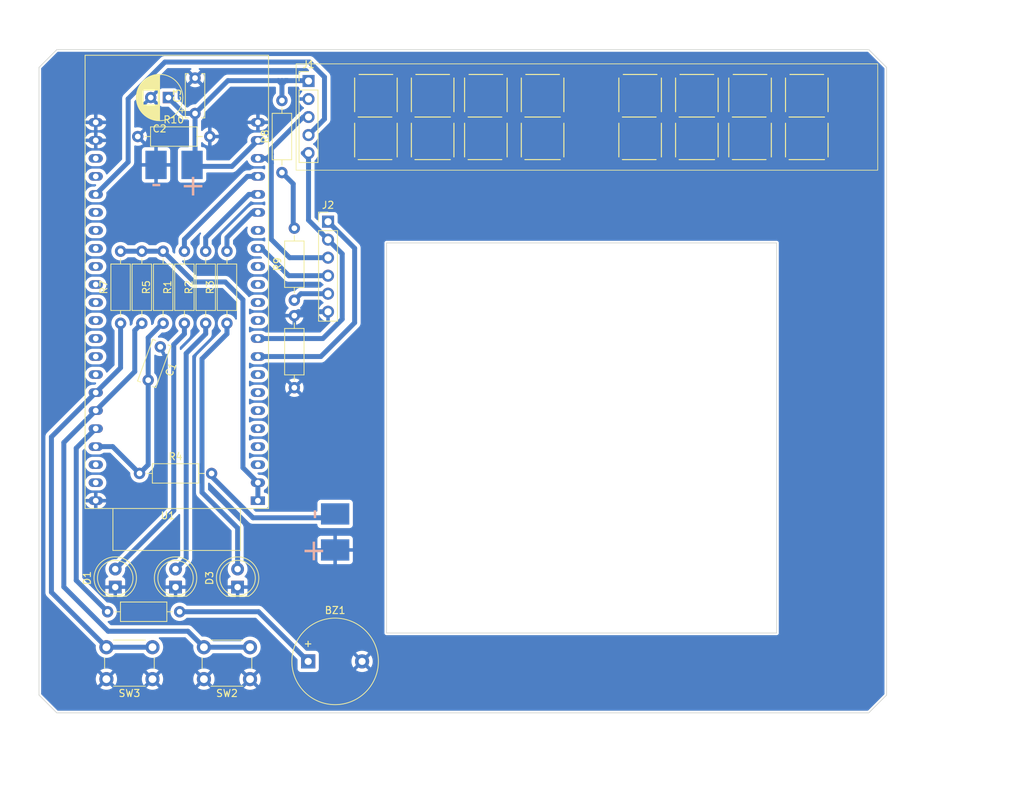
<source format=kicad_pcb>
(kicad_pcb (version 20240108) (generator "pcbnew") (generator_version "8.0")
  (title_block (title "SchrackCounter") (date "2024-08-29") (rev "v0.0.4") (company "SPS na Proseku") (comment 1 "SchrackTechink") (comment 3 "Made by Bismarx (Savva Popov)"))
  (layers (0 "F.Cu" signal) (1 "In1.Cu" power) (2 "In2.Cu" power) (31 "B.Cu" signal) (34 "B.Paste" user) (35 "F.Paste" user) (36 "B.SilkS" user "B.Silkscreen") (37 "F.SilkS" user "F.Silkscreen") (38 "B.Mask" user) (39 "F.Mask" user) (44 "Edge.Cuts" user))
  (net 0 "")
  (net 1 "+5V")
  (net 2 "GND")
  (net 3 "SCHRACK_SW")
  (net 4 "Net-(D1-A)")
  (net 5 "Net-(D2-A)")
  (net 6 "Net-(D3-A)")
  (net 7 "MOSI")
  (net 8 "CLK")
  (net 9 "LED_EXT1")
  (net 10 "LED_EXT2")
  (net 11 "LED_EXT3")
  (net 12 "Net-(R4-Pad2)")
  (net 13 "+3V3")
  (net 14 "RESET")
  (net 18 "MODE")
  (net 23 "Net-(BZ1-+)")
  (net 24 "BZ1_PWM")
  (net 25 "~{CS0}")
  (net 26 "MISO")
  (net 27 "~{CS1}")
  (footprint "Capacitor_THT:C_Disc_D6.0mm_W2.5mm_P5.00mm" (layer "F.Cu") (at 160.55 90.695 90)
    (property "Reference" "C3" (at 2.5 -2.5 90) (layer "F.SilkS"))
    (property "Value" "100nF")
    (pad "1" thru_hole circle (at 0 0 90) (size 1.6 1.6) (drill 0.8) (layers "*.Cu" "*.Mask") (net 1 "+5V"))
    (pad "2" thru_hole circle (at 5 0 90) (size 1.6 1.6) (drill 0.8) (layers "*.Cu" "*.Mask") (net 2 "GND"))
  )
  (footprint "Resistor_THT:R_Axial_DIN0207_L6.3mm_D2.5mm_P10.16mm_Horizontal" (layer "F.Cu") (at 152.47 93.945)
    (property "Reference" "R10" (at 5.08 -2.37 0) (layer "F.SilkS"))
    (property "Value" "0R")
    (pad "1" thru_hole circle (at 0 0) (size 1.6 1.6) (drill 0.8) (layers "*.Cu" "*.Mask") (net 2 "GND"))
    (pad "2" thru_hole oval (at 10.16 0) (size 1.6 1.6) (drill 0.8) (layers "*.Cu" "*.Mask") (net 2 "GND"))
  )
  (footprint "Resistor_THT:R_Axial_DIN0207_L6.3mm_D2.5mm_P10.16mm_Horizontal" (layer "F.Cu") (at 174.55 117.025 90)
    (property "Reference" "R9" (at 5.08 -2.37 90) (layer "F.SilkS"))
    (property "Value" "0R")
    (pad "1" thru_hole circle (at 0 0 90) (size 1.6 1.6) (drill 0.8) (layers "*.Cu" "*.Mask") (net 1 "+5V"))
    (pad "2" thru_hole oval (at 10.16 0 90) (size 1.6 1.6) (drill 0.8) (layers "*.Cu" "*.Mask") (net 1 "+5V"))
  )
  (footprint "LED_THT:LED_D5.0mm" (layer "F.Cu") (at 149.3 157.47 90)
    (property "Reference" "D1" (at 1.27 -3.96 90) (layer "F.SilkS"))
    (property "Value" "LED")
    (pad "1" thru_hole rect (at 0 0 90) (size 1.8 1.8) (drill 0.9) (layers "*.Cu" "*.Mask") (net 2 "GND"))
    (pad "2" thru_hole circle (at 2.54 0 90) (size 1.8 1.8) (drill 0.9) (layers "*.Cu" "*.Mask") (net 4 "Net-(D1-A)"))
  )
  (footprint "Resistor_THT:R_Axial_DIN0207_L6.3mm_D2.5mm_P10.16mm_Horizontal" (layer "F.Cu") (at 159.05 120.275 90)
    (property "Reference" "R1" (at 5.08 -2.37 90) (layer "F.SilkS"))
    (property "Value" "220R")
    (pad "1" thru_hole circle (at 0 0 90) (size 1.6 1.6) (drill 0.8) (layers "*.Cu" "*.Mask") (net 4 "Net-(D1-A)"))
    (pad "2" thru_hole oval (at 10.16 0 90) (size 1.6 1.6) (drill 0.8) (layers "*.Cu" "*.Mask") (net 9 "LED_EXT1"))
  )
  (footprint "Resistor_THT:R_Axial_DIN0207_L6.3mm_D2.5mm_P10.16mm_Horizontal" (layer "F.Cu") (at 150.05 120.275 90)
    (property "Reference" "R7" (at 5.08 -2.37 90) (layer "F.SilkS"))
    (property "Value" "10k")
    (pad "1" thru_hole circle (at 0 0 90) (size 1.6 1.6) (drill 0.8) (layers "*.Cu" "*.Mask") (net 18 "MODE"))
    (pad "2" thru_hole oval (at 10.16 0 90) (size 1.6 1.6) (drill 0.8) (layers "*.Cu" "*.Mask") (net 13 "+3V3"))
  )
  (footprint "Resistor_THT:R_Axial_DIN0207_L6.3mm_D2.5mm_P10.16mm_Horizontal" (layer "F.Cu") (at 174.55 129.355 90)
    (property "Reference" "R11" (hide yes))
    (property "Value" "0R")
    (pad "1" thru_hole circle (at 0 0 90) (size 1.6 1.6) (drill 0.8) (layers "*.Cu" "*.Mask") (net 2 "GND"))
    (pad "2" thru_hole oval (at 10.16 0 90) (size 1.6 1.6) (drill 0.8) (layers "*.Cu" "*.Mask") (net 2 "GND"))
  )
  (footprint "Resistor_THT:R_Axial_DIN0207_L6.3mm_D2.5mm_P10.16mm_Horizontal" (layer "F.Cu") (at 165.05 120.275 90)
    (property "Reference" "R3" (at 5.08 -2.37 90) (layer "F.SilkS"))
    (property "Value" "220R")
    (pad "1" thru_hole circle (at 0 0 90) (size 1.6 1.6) (drill 0.8) (layers "*.Cu" "*.Mask") (net 6 "Net-(D3-A)"))
    (pad "2" thru_hole oval (at 10.16 0 90) (size 1.6 1.6) (drill 0.8) (layers "*.Cu" "*.Mask") (net 11 "LED_EXT3"))
  )
  (footprint "Connector_PinHeader_2.54mm:PinHeader_1x06_P2.54mm_Vertical" (layer "F.Cu") (at 179.3 105.945)
    (property "Reference" "J2" (at 0 -2.33 0) (layer "F.SilkS"))
    (property "Value" "Conn_01x06_Pin")
    (pad "1" thru_hole rect (at 0 0) (size 1.7 1.7) (drill 1) (layers "*.Cu" "*.Mask") (net 27 "~{CS1}"))
    (pad "2" thru_hole oval (at 0 2.54) (size 1.7 1.7) (drill 1) (layers "*.Cu" "*.Mask") (net 8 "CLK"))
    (pad "3" thru_hole oval (at 0 5.08) (size 1.7 1.7) (drill 1) (layers "*.Cu" "*.Mask") (net 7 "MOSI"))
    (pad "4" thru_hole oval (at 0 7.62) (size 1.7 1.7) (drill 1) (layers "*.Cu" "*.Mask") (net 26 "MISO"))
    (pad "5" thru_hole oval (at 0 10.16) (size 1.7 1.7) (drill 1) (layers "*.Cu" "*.Mask") (net 1 "+5V"))
    (pad "6" thru_hole oval (at 0 12.7) (size 1.7 1.7) (drill 1) (layers "*.Cu" "*.Mask") (net 2 "GND"))
  )
  (footprint "Resistor_THT:R_Axial_DIN0207_L6.3mm_D2.5mm_P10.16mm_Horizontal" (layer "F.Cu") (at 148.22 160.945)
    (property "Reference" "R12" (hide yes))
    (property "Value" "0R")
    (pad "1" thru_hole circle (at 0 0) (size 1.6 1.6) (drill 0.8) (layers "*.Cu" "*.Mask") (net 24 "BZ1_PWM"))
    (pad "2" thru_hole oval (at 10.16 0) (size 1.6 1.6) (drill 0.8) (layers "*.Cu" "*.Mask") (net 23 "Net-(BZ1-+)"))
  )
  (footprint "LED_THT:LED_D5.0mm" (layer "F.Cu") (at 157.8 157.47 90)
    (property "Reference" "D2" (hide yes))
    (property "Value" "LED")
    (pad "1" thru_hole rect (at 0 0 90) (size 1.8 1.8) (drill 0.9) (layers "*.Cu" "*.Mask") (net 2 "GND"))
    (pad "2" thru_hole circle (at 2.54 0 90) (size 1.8 1.8) (drill 0.9) (layers "*.Cu" "*.Mask") (net 5 "Net-(D2-A)"))
  )
  (footprint "Button_Switch_THT:SW_PUSH_6mm_H5mm" (layer "F.Cu") (at 154.55 170.445 180)
    (property "Reference" "SW3" (at 3.25 -2 360) (layer "F.SilkS"))
    (property "Value" "SW_Push")
    (pad "1" thru_hole circle (at 0 0 270) (size 2 2) (drill 1.1) (layers "*.Cu" "*.Mask") (net 2 "GND"))
    (pad "1" thru_hole circle (at 6.5 0 270) (size 2 2) (drill 1.1) (layers "*.Cu" "*.Mask") (net 2 "GND"))
    (pad "2" thru_hole circle (at 0 4.5 270) (size 2 2) (drill 1.1) (layers "*.Cu" "*.Mask") (net 18 "MODE"))
    (pad "2" thru_hole circle (at 6.5 4.5 270) (size 2 2) (drill 1.1) (layers "*.Cu" "*.Mask") (net 18 "MODE"))
  )
  (footprint "Buzzer_Beeper:Buzzer_12x9.5RM7.6" (layer "F.Cu") (at 176.5 167.945)
    (property "Reference" "BZ1" (at 3.8 -7.2 0) (layer "F.SilkS"))
    (property "Value" "Buzzer")
    (fp_text user "+" (at -0.01 -2.54 0) (layer "F.SilkS"))
    (pad "1" thru_hole rect (at 0 0) (size 2 2) (drill 1) (layers "*.Cu" "*.Mask") (net 23 "Net-(BZ1-+)"))
    (pad "2" thru_hole circle (at 7.6 0) (size 2 2) (drill 1) (layers "*.Cu" "*.Mask") (net 2 "GND"))
  )
  (footprint "LED_THT:LED_D5.0mm" (layer "F.Cu") (at 166.55 157.47 90)
    (property "Reference" "D3" (at 1.27 -3.96 90) (layer "F.SilkS"))
    (property "Value" "LED")
    (pad "1" thru_hole rect (at 0 0 90) (size 1.8 1.8) (drill 0.9) (layers "*.Cu" "*.Mask") (net 2 "GND"))
    (pad "2" thru_hole circle (at 2.54 0 90) (size 1.8 1.8) (drill 0.9) (layers "*.Cu" "*.Mask") (net 6 "Net-(D3-A)"))
  )
  (footprint "Connector_PinHeader_2.54mm:PinHeader_1x05_P2.54mm_Vertical" (layer "F.Cu") (at 176.55 86.115)
    (property "Reference" "J1" (at 0 -2.33 0) (layer "F.SilkS"))
    (property "Value" "Conn_01x05_Pin")
    (pad "1" thru_hole rect (at 0 0) (size 1.7 1.7) (drill 1) (layers "*.Cu" "*.Mask") (net 1 "+5V"))
    (pad "2" thru_hole oval (at 0 2.54) (size 1.7 1.7) (drill 1) (layers "*.Cu" "*.Mask") (net 2 "GND"))
    (pad "3" thru_hole oval (at 0 5.08) (size 1.7 1.7) (drill 1) (layers "*.Cu" "*.Mask") (net 7 "MOSI"))
    (pad "4" thru_hole oval (at 0 7.62) (size 1.7 1.7) (drill 1) (layers "*.Cu" "*.Mask") (net 25 "~{CS0}"))
    (pad "5" thru_hole oval (at 0 10.16) (size 1.7 1.7) (drill 1) (layers "*.Cu" "*.Mask") (net 8 "CLK"))
  )
  (footprint "Resistor_THT:R_Axial_DIN0207_L6.3mm_D2.5mm_P10.16mm_Horizontal" (layer "F.Cu") (at 156.05 120.275 90)
    (property "Reference" "R5" (at 5.08 -2.37 90) (layer "F.SilkS"))
    (property "Value" "10k")
    (pad "1" thru_hole circle (at 0 0 90) (size 1.6 1.6) (drill 0.8) (layers "*.Cu" "*.Mask") (net 3 "SCHRACK_SW"))
    (pad "2" thru_hole oval (at 10.16 0 90) (size 1.6 1.6) (drill 0.8) (layers "*.Cu" "*.Mask") (net 13 "+3V3"))
  )
  (footprint "Button_Switch_THT:SW_PUSH_6mm_H5mm" (layer "F.Cu") (at 168.3 170.445 180)
    (property "Reference" "SW2" (at 3.25 -2 360) (layer "F.SilkS"))
    (property "Value" "SW_Push")
    (pad "1" thru_hole circle (at 0 0 270) (size 2 2) (drill 1.1) (layers "*.Cu" "*.Mask") (net 2 "GND"))
    (pad "1" thru_hole circle (at 6.5 0 270) (size 2 2) (drill 1.1) (layers "*.Cu" "*.Mask") (net 2 "GND"))
    (pad "2" thru_hole circle (at 0 4.5 270) (size 2 2) (drill 1.1) (layers "*.Cu" "*.Mask") (net 14 "RESET"))
    (pad "2" thru_hole circle (at 6.5 4.5 270) (size 2 2) (drill 1.1) (layers "*.Cu" "*.Mask") (net 14 "RESET"))
  )
  (footprint "Resistor_THT:R_Axial_DIN0207_L6.3mm_D2.5mm_P10.16mm_Horizontal" (layer "F.Cu") (at 153.05 120.275 90)
    (property "Reference" "R6" (hide yes))
    (property "Value" "10k")
    (pad "1" thru_hole circle (at 0 0 90) (size 1.6 1.6) (drill 0.8) (layers "*.Cu" "*.Mask") (net 14 "RESET"))
    (pad "2" thru_hole oval (at 10.16 0 90) (size 1.6 1.6) (drill 0.8) (layers "*.Cu" "*.Mask") (net 13 "+3V3"))
  )
  (footprint "Resistor_THT:R_Axial_DIN0207_L6.3mm_D2.5mm_P10.16mm_Horizontal" (layer "F.Cu") (at 162.05 120.275 90)
    (property "Reference" "R2" (at 5.08 -2.37 90) (layer "F.SilkS"))
    (property "Value" "220R")
    (pad "1" thru_hole circle (at 0 0 90) (size 1.6 1.6) (drill 0.8) (layers "*.Cu" "*.Mask") (net 5 "Net-(D2-A)"))
    (pad "2" thru_hole oval (at 10.16 0 90) (size 1.6 1.6) (drill 0.8) (layers "*.Cu" "*.Mask") (net 10 "LED_EXT2"))
  )
  (footprint "Resistor_THT:R_Axial_DIN0207_L6.3mm_D2.5mm_P10.16mm_Horizontal" (layer "F.Cu") (at 172.8 99.025 90)
    (property "Reference" "R8" (at 5.08 -2.370001 90) (layer "F.SilkS"))
    (property "Value" "0R")
    (pad "1" thru_hole circle (at 0 0 90) (size 1.6 1.6) (drill 0.8) (layers "*.Cu" "*.Mask") (net 1 "+5V"))
    (pad "2" thru_hole oval (at 10.16 0 90) (size 1.6 1.6) (drill 0.8) (layers "*.Cu" "*.Mask") (net 1 "+5V"))
  )
  (footprint "Capacitor_THT:CP_Radial_D6.3mm_P2.50mm" (layer "F.Cu") (at 156.8 88.445 180)
    (property "Reference" "C2" (at 1.25 -4.4 0) (layer "F.SilkS"))
    (property "Value" "10uF")
    (pad "1" thru_hole rect (at 0 0 180) (size 1.6 1.6) (drill 0.8) (layers "*.Cu" "*.Mask") (net 1 "+5V"))
    (pad "2" thru_hole circle (at 2.5 0 180) (size 1.6 1.6) (drill 0.8) (layers "*.Cu" "*.Mask") (net 2 "GND"))
  )
  (footprint "Capacitor_THT:C_Disc_D6.0mm_W2.5mm_P5.00mm" (layer "F.Cu") (at 155.65505 123.595769 -110)
    (property "Reference" "C1" (at 2.5 -2.5 70) (layer "F.SilkS"))
    (property "Value" "100nF")
    (pad "1" thru_hole circle (at 0 0 250) (size 1.6 1.6) (drill 0.8) (layers "*.Cu" "*.Mask") (net 2 "GND"))
    (pad "2" thru_hole circle (at 5 0 250) (size 1.6 1.6) (drill 0.8) (layers "*.Cu" "*.Mask") (net 3 "SCHRACK_SW"))
  )
  (footprint "Resistor_THT:R_Axial_DIN0207_L6.3mm_D2.5mm_P10.16mm_Horizontal" (layer "F.Cu") (at 152.72 141.445)
    (property "Reference" "R4" (at 5.08 -2.37 0) (layer "F.SilkS"))
    (property "Value" "1k")
    (pad "1" thru_hole circle (at 0 0) (size 1.6 1.6) (drill 0.8) (layers "*.Cu" "*.Mask") (net 3 "SCHRACK_SW"))
    (pad "2" thru_hole oval (at 10.16 0) (size 1.6 1.6) (drill 0.8) (layers "*.Cu" "*.Mask") (net 12 "Net-(R4-Pad2)"))
  )
  (footprint "PCM_Espressif:ESP32-S3-DevKitC" (layer "F.Cu") (at 169.41 145.285 180)
    (property "Reference" "U1" (at 12.7 -2.1 360) (layer "F.SilkS"))
    (property "Value" "ESP32-S3-DevKitC" (hide yes))
    (pad "1" thru_hole rect (at 0 0 90) (size 1.2 2) (drill 0.8) (layers "*.Cu" "*.Mask") (net 13 "+3V3"))
    (pad "2" thru_hole oval (at 0 2.54 90) (size 1.2 2) (drill 0.8) (layers "*.Cu" "*.Mask") (net 13 "+3V3"))
    (pad "3" thru_hole oval (at 0 5.08 90) (size 1.2 2) (drill 0.8) (layers "*.Cu" "*.Mask"))
    (pad "4" thru_hole oval (at 0 7.62 90) (size 1.2 2) (drill 0.8) (layers "*.Cu" "*.Mask"))
    (pad "5" thru_hole oval (at 0 10.16 90) (size 1.2 2) (drill 0.8) (layers "*.Cu" "*.Mask"))
    (pad "6" thru_hole oval (at 0 12.7 90) (size 1.2 2) (drill 0.8) (layers "*.Cu" "*.Mask"))
    (pad "7" thru_hole oval (at 0 15.24 90) (size 1.2 2) (drill 0.8) (layers "*.Cu" "*.Mask"))
    (pad "8" thru_hole oval (at 0 17.78 90) (size 1.2 2) (drill 0.8) (layers "*.Cu" "*.Mask"))
    (pad "9" thru_hole oval (at 0 20.32 90) (size 1.2 2) (drill 0.8) (layers "*.Cu" "*.Mask") (net 27 "~{CS1}"))
    (pad "10" thru_hole oval (at 0 22.86 90) (size 1.2 2) (drill 0.8) (layers "*.Cu" "*.Mask") (net 8 "CLK"))
    (pad "11" thru_hole oval (at 0 25.4 90) (size 1.2 2) (drill 0.8) (layers "*.Cu" "*.Mask"))
    (pad "12" thru_hole oval (at 0 27.94 90) (size 1.2 2) (drill 0.8) (layers "*.Cu" "*.Mask"))
    (pad "13" thru_hole oval (at 0 30.48 90) (size 1.2 2) (drill 0.8) (layers "*.Cu" "*.Mask"))
    (pad "14" thru_hole oval (at 0 33.02 90) (size 1.2 2) (drill 0.8) (layers "*.Cu" "*.Mask"))
    (pad "15" thru_hole oval (at 0 35.56 90) (size 1.2 2) (drill 0.8) (layers "*.Cu" "*.Mask") (net 26 "MISO"))
    (pad "16" thru_hole oval (at 0 38.1 90) (size 1.2 2) (drill 0.8) (layers "*.Cu" "*.Mask"))
    (pad "17" thru_hole oval (at 0 40.64 90) (size 1.2 2) (drill 0.8) (layers "*.Cu" "*.Mask") (net 11 "LED_EXT3"))
    (pad "18" thru_hole oval (at 0 43.18 90) (size 1.2 2) (drill 0.8) (layers "*.Cu" "*.Mask") (net 10 "LED_EXT2"))
    (pad "19" thru_hole oval (at 0 45.72 90) (size 1.2 2) (drill 0.8) (layers "*.Cu" "*.Mask") (net 9 "LED_EXT1"))
    (pad "20" thru_hole oval (at -0.00368 48.25728 90) (size 1.2 2) (drill 0.8) (layers "*.Cu" "*.Mask") (net 7 "MOSI"))
    (pad "21" thru_hole oval (at -0.00368 50.79728 90) (size 1.2 2) (drill 0.8) (layers "*.Cu" "*.Mask") (net 1 "+5V"))
    (pad "22" thru_hole oval (at -0.00368 53.33728 90) (size 1.2 2) (drill 0.8) (layers "*.Cu" "*.Mask") (net 2 "GND"))
    (pad "23" thru_hole oval (at 22.86 53.34 90) (size 1.2 2) (drill 0.8) (layers "*.Cu" "*.Mask") (net 2 "GND"))
    (pad "24" thru_hole oval (at 22.86 50.8 90) (size 1.2 2) (drill 0.8) (layers "*.Cu" "*.Mask") (net 2 "GND"))
    (pad "25" thru_hole oval (at 22.86 48.26 90) (size 1.2 2) (drill 0.8) (layers "*.Cu" "*.Mask"))
    (pad "26" thru_hole oval (at 22.86 45.72 90) (size 1.2 2) (drill 0.8) (layers "*.Cu" "*.Mask"))
    (pad "27" thru_hole oval (at 22.86 43.18 90) (size 1.2 2) (drill 0.8) (layers "*.Cu" "*.Mask") (net 25 "~{CS0}"))
    (pad "28" thru_hole oval (at 22.86 40.64 90) (size 1.2 2) (drill 0.8) (layers "*.Cu" "*.Mask"))
    (pad "29" thru_hole oval (at 22.86 38.1 90) (size 1.2 2) (drill 0.8) (layers "*.Cu" "*.Mask"))
    (pad "30" thru_hole oval (at 22.86 35.56 90) (size 1.2 2) (drill 0.8) (layers "*.Cu" "*.Mask"))
    (pad "31" thru_hole oval (at 22.86 33.02 90) (size 1.2 2) (drill 0.8) (layers "*.Cu" "*.Mask"))
    (pad "32" thru_hole oval (at 22.86 30.48 90) (size 1.2 2) (drill 0.8) (layers "*.Cu" "*.Mask"))
    (pad "33" thru_hole oval (at 22.86 27.94 90) (size 1.2 2) (drill 0.8) (layers "*.Cu" "*.Mask"))
    (pad "34" thru_hole oval (at 22.86 25.4 90) (size 1.2 2) (drill 0.8) (layers "*.Cu" "*.Mask"))
    (pad "35" thru_hole oval (at 22.86 22.86 90) (size 1.2 2) (drill 0.8) (layers "*.Cu" "*.Mask"))
    (pad "36" thru_hole oval (at 22.86 20.32 90) (size 1.2 2) (drill 0.8) (layers "*.Cu" "*.Mask"))
    (pad "37" thru_hole oval (at 22.86 17.78 90) (size 1.2 2) (drill 0.8) (layers "*.Cu" "*.Mask"))
    (pad "38" thru_hole oval (at 22.86 15.24 90) (size 1.2 2) (drill 0.8) (layers "*.Cu" "*.Mask") (net 18 "MODE"))
    (pad "39" thru_hole oval (at 22.86 12.7 90) (size 1.2 2) (drill 0.8) (layers "*.Cu" "*.Mask") (net 14 "RESET"))
    (pad "40" thru_hole oval (at 22.86 10.16 90) (size 1.2 2) (drill 0.8) (layers "*.Cu" "*.Mask") (net 24 "BZ1_PWM"))
    (pad "41" thru_hole oval (at 22.86 7.62 90) (size 1.2 2) (drill 0.8) (layers "*.Cu" "*.Mask") (net 3 "SCHRACK_SW"))
    (pad "42" thru_hole oval (at 22.86 5.08 90) (size 1.2 2) (drill 0.8) (layers "*.Cu" "*.Mask"))
    (pad "43" thru_hole oval (at 22.86 2.54 90) (size 1.2 2) (drill 0.8) (layers "*.Cu" "*.Mask"))
    (pad "44" thru_hole oval (at 22.86 0 90) (size 1.2 2) (drill 0.8) (layers "*.Cu" "*.Mask") (net 2 "GND"))
  )
  (footprint "Schrack_brd:SOLDER_PADS" (layer "B.Cu") (at 181.8 149.695 90)
    (property "Reference" "SW1" (hide yes))
    (property "Value" "SW_Push")
    (fp_text user "+" (at -2.75 -4.5 0) (layer "B.SilkS") (effects (font (size 3 3) (thickness 0.1)) (justify mirror)))
    (fp_text user "-" (at 2.5 -4.25 -90) (layer "B.SilkS") (effects (font (size 3 3) (thickness 0.1)) (justify mirror)))
    (pad "1" smd rect (at -2.54 -1.5 90) (size 3 4) (layers "B.Cu" "B.Paste" "B.Mask") (net 2 "GND"))
    (pad "2" smd rect (at 2.54 -1.5 90) (size 3 4) (layers "B.Cu" "B.Paste" "B.Mask") (net 12 "Net-(R4-Pad2)"))
  )
  (footprint "Schrack_brd:SOLDER_PADS" (layer "B.Cu") (at 157.59 96.445 180)
    (property "Reference" "BT1" (hide yes))
    (property "Value" "Battery")
    (fp_text user "-" (at 2.5 -4.25 0) (layer "B.SilkS") (effects (font (size 3 3) (thickness 0.1)) (justify mirror)))
    (fp_text user "+" (at -2.75 -4.5 90) (layer "B.SilkS") (effects (font (size 3 3) (thickness 0.1)) (justify mirror)))
    (pad "1" smd rect (at -2.54 -1.5 180) (size 3 4) (layers "B.Cu" "B.Paste" "B.Mask") (net 1 "+5V"))
    (pad "2" smd rect (at 2.54 -1.5 180) (size 3 4) (layers "B.Cu" "B.Paste" "B.Mask") (net 2 "GND"))
  )
  (gr_line (start 188.3 91.195) (end 183.55 91.195) (stroke (width 0.15)) (layer "F.SilkS"))
  (gr_line (start 235.8 96.82) (end 235.8 92.07) (stroke (width 0.15)) (layer "F.SilkS"))
  (gr_line (start 243.8 96.82) (end 243.8 92.07) (stroke (width 0.15)) (layer "F.SilkS"))
  (gr_line (start 203.925 85.195) (end 199.175 85.195) (stroke (width 0.15)) (layer "F.SilkS"))
  (gr_line (start 206.55 90.445) (end 206.55 85.695) (stroke (width 0.15)) (layer "F.SilkS"))
  (gr_line (start 183.05 90.445) (end 183.05 85.695) (stroke (width 0.15)) (layer "F.SilkS"))
  (gr_line (start 198.55 90.445) (end 198.55 85.695) (stroke (width 0.15)) (layer "F.SilkS"))
  (gr_line (start 243.8 90.445) (end 243.8 85.695) (stroke (width 0.15)) (layer "F.SilkS"))
  (gr_line (start 228.3 90.445) (end 228.3 85.695) (stroke (width 0.15)) (layer "F.SilkS"))
  (gr_line (start 203.8 91.195) (end 199.05 91.195) (stroke (width 0.15)) (layer "F.SilkS"))
  (gr_line (start 249.3 91.195) (end 244.3 91.195) (stroke (width 0.15)) (layer "F.SilkS"))
  (gr_line (start 225.55 97.195) (end 220.8 97.195) (stroke (width 0.15)) (layer "F.SilkS"))
  (gr_line (start 204.55 90.445) (end 204.55 85.695) (stroke (width 0.15)) (layer "F.SilkS"))
  (gr_line (start 212.05 91.195) (end 207.05 91.195) (stroke (width 0.15)) (layer "F.SilkS"))
  (gr_line (start 220.3 90.445) (end 220.3 85.695) (stroke (width 0.15)) (layer "F.SilkS"))
  (gr_line (start 197.05 96.82) (end 197.05 92.07) (stroke (width 0.15)) (layer "F.SilkS"))
  (gr_line (start 249.8 90.445) (end 249.8 85.695) (stroke (width 0.15)) (layer "F.SilkS"))
  (gr_line (start 196.425 85.195) (end 191.675 85.195) (stroke (width 0.15)) (layer "F.SilkS"))
  (gr_line (start 249.8 96.82) (end 249.8 92.07) (stroke (width 0.15)) (layer "F.SilkS"))
  (gr_line (start 198.55 96.82) (end 198.55 92.07) (stroke (width 0.15)) (layer "F.SilkS"))
  (gr_line (start 249.175 85.195) (end 244.425 85.195) (stroke (width 0.15)) (layer "F.SilkS"))
  (gr_line (start 234.3 96.82) (end 234.3 92.07) (stroke (width 0.15)) (layer "F.SilkS"))
  (gr_line (start 226.3 96.82) (end 226.3 92.07) (stroke (width 0.15)) (layer "F.SilkS"))
  (gr_line (start 212.55 96.82) (end 212.55 92.07) (stroke (width 0.15)) (layer "F.SilkS"))
  (gr_line (start 225.55 91.195) (end 220.8 91.195) (stroke (width 0.15)) (layer "F.SilkS"))
  (gr_line (start 241.05 97.195) (end 236.3 97.195) (stroke (width 0.15)) (layer "F.SilkS"))
  (gr_line (start 191.05 96.82) (end 191.05 92.07) (stroke (width 0.15)) (layer "F.SilkS"))
  (gr_rect (start 174.8 83.695) (end 256.8 98.695) (stroke (width 0.1)) (fill none) (layer "F.SilkS"))
  (gr_line (start 233.8 91.195) (end 228.8 91.195) (stroke (width 0.15)) (layer "F.SilkS"))
  (gr_line (start 188.3 97.195) (end 183.55 97.195) (stroke (width 0.15)) (layer "F.SilkS"))
  (gr_line (start 249.3 97.195) (end 244.3 97.195) (stroke (width 0.15)) (layer "F.SilkS"))
  (gr_line (start 241.8 96.82) (end 241.8 92.07) (stroke (width 0.15)) (layer "F.SilkS"))
  (gr_line (start 212.05 97.195) (end 207.05 97.195) (stroke (width 0.15)) (layer "F.SilkS"))
  (gr_line (start 220.3 96.82) (end 220.3 92.07) (stroke (width 0.15)) (layer "F.SilkS"))
  (gr_line (start 196.55 91.195) (end 191.55 91.195) (stroke (width 0.15)) (layer "F.SilkS"))
  (gr_line (start 203.8 97.195) (end 199.05 97.195) (stroke (width 0.15)) (layer "F.SilkS"))
  (gr_line (start 233.675 85.195) (end 228.925 85.195) (stroke (width 0.15)) (layer "F.SilkS"))
  (gr_line (start 197.05 90.445) (end 197.05 85.695) (stroke (width 0.15)) (layer "F.SilkS"))
  (gr_line (start 225.675 85.195) (end 220.925 85.195) (stroke (width 0.15)) (layer "F.SilkS"))
  (gr_line (start 226.3 90.445) (end 226.3 85.695) (stroke (width 0.15)) (layer "F.SilkS"))
  (gr_line (start 188.425 85.195) (end 183.675 85.195) (stroke (width 0.15)) (layer "F.SilkS"))
  (gr_line (start 191.05 90.445) (end 191.05 85.695) (stroke (width 0.15)) (layer "F.SilkS"))
  (gr_line (start 206.55 96.82) (end 206.55 92.07) (stroke (width 0.15)) (layer "F.SilkS"))
  (gr_line (start 241.05 91.195) (end 236.3 91.195) (stroke (width 0.15)) (layer "F.SilkS"))
  (gr_line (start 196.55 97.195) (end 191.55 97.195) (stroke (width 0.15)) (layer "F.SilkS"))
  (gr_line (start 234.3 90.445) (end 234.3 85.695) (stroke (width 0.15)) (layer "F.SilkS"))
  (gr_line (start 211.925 85.195) (end 207.175 85.195) (stroke (width 0.15)) (layer "F.SilkS"))
  (gr_line (start 233.8 97.195) (end 228.8 97.195) (stroke (width 0.15)) (layer "F.SilkS"))
  (gr_line (start 235.8 90.445) (end 235.8 85.695) (stroke (width 0.15)) (layer "F.SilkS"))
  (gr_line (start 189.05 96.82) (end 189.05 92.07) (stroke (width 0.15)) (layer "F.SilkS"))
  (gr_line (start 228.3 96.82) (end 228.3 92.07) (stroke (width 0.15)) (layer "F.SilkS"))
  (gr_line (start 204.55 96.82) (end 204.55 92.07) (stroke (width 0.15)) (layer "F.SilkS"))
  (gr_line (start 241.8 90.445) (end 241.8 85.695) (stroke (width 0.15)) (layer "F.SilkS"))
  (gr_line (start 183.05 96.82) (end 183.05 92.07) (stroke (width 0.15)) (layer "F.SilkS"))
  (gr_line (start 241.175 85.195) (end 236.425 85.195) (stroke (width 0.15)) (layer "F.SilkS"))
  (gr_line (start 189.05 90.445) (end 189.05 85.695) (stroke (width 0.15)) (layer "F.SilkS"))
  (gr_line (start 212.55 90.445) (end 212.55 85.695) (stroke (width 0.15)) (layer "F.SilkS"))
  (gr_rect (start 187.55 108.945) (end 242.55 163.945) (stroke (width 0.1)) (fill none) (layer "Edge.Cuts"))
  (gr_line (start 141.05 81.695) (end 138.55 84.195) (stroke (width 0.1)) (layer "Edge.Cuts"))
  (gr_line (start 255.55 81.695) (end 141.05 81.695) (stroke (width 0.1)) (layer "Edge.Cuts"))
  (gr_line (start 258.05 84.195) (end 255.55 81.695) (stroke (width 0.1)) (layer "Edge.Cuts"))
  (gr_line (start 255.55 175.195) (end 141.05 175.195) (stroke (width 0.1)) (layer "Edge.Cuts"))
  (gr_line (start 258.05 172.695) (end 258.05 84.195) (stroke (width 0.1)) (layer "Edge.Cuts"))
  (gr_line (start 138.55 84.195) (end 138.55 172.695) (stroke (width 0.1)) (layer "Edge.Cuts"))
  (gr_line (start 258.05 172.695) (end 255.55 175.195) (stroke (width 0.1)) (layer "Edge.Cuts"))
  (gr_line (start 138.55 172.695) (end 141.05 175.195) (stroke (width 0.1)) (layer "Edge.Cuts"))
  (segment (start 172.8 88.865) (end 172.8 86.695) (width 0.7) (layer "B.Cu") (net 1))
  (segment (start 175.47 116.105) (end 179.3 116.105) (width 0.7) (layer "B.Cu") (net 1))
  (segment (start 172.3 86.065) (end 172.8 86.065) (width 0.7) (layer "B.Cu") (net 1))
  (segment (start 172.8 86.695) (end 172.8 86.565) (width 0.7) (layer "B.Cu") (net 1))
  (segment (start 172.8 86.565) (end 172.3 86.065) (width 0.7) (layer "B.Cu") (net 1))
  (segment (start 174.55 117.025) (end 175.47 116.105) (width 0.7) (layer "B.Cu") (net 1))
  (segment (start 173.55 86.065) (end 175.772 86.065) (width 0.7) (layer "B.Cu") (net 1))
  (segment (start 174.392102 100.617102) (end 172.8 99.025) (width 0.7) (layer "B.Cu") (net 1))
  (segment (start 160.05 90.695) (end 160.55 90.695) (width 0.7) (layer "B.Cu") (net 1))
  (segment (start 169.41368 94.48772) (end 165.7464 98.155) (width 0.7) (layer "B.Cu") (net 1))
  (segment (start 174.392102 106.707102) (end 174.392102 100.617102) (width 0.7) (layer "B.Cu") (net 1))
  (segment (start 165.18 86.065) (end 172.3 86.065) (width 0.7) (layer "B.Cu") (net 1))
  (segment (start 160.55 98.155) (end 160.55 90.695) (width 0.7) (layer "B.Cu") (net 1))
  (segment (start 158.982379 90.695) (end 156.8 88.512621) (width 0.7) (layer "B.Cu") (net 1))
  (segment (start 160.55 90.695) (end 165.18 86.065) (width 0.7) (layer "B.Cu") (net 1))
  (segment (start 173.3 86.065) (end 173.55 86.065) (width 0.7) (layer "B.Cu") (net 1))
  (segment (start 160.05 90.695) (end 158.982379 90.695) (width 0.7) (layer "B.Cu") (net 1))
  (segment (start 172.8 86.695) (end 172.8 86.065) (width 0.7) (layer "B.Cu") (net 1))
  (segment (start 174.55 106.865) (end 174.392102 106.707102) (width 0.7) (layer "B.Cu") (net 1))
  (segment (start 172.8 86.065) (end 173.55 86.065) (width 0.7) (layer "B.Cu") (net 1))
  (segment (start 172.8 86.565) (end 173.3 86.065) (width 0.7) (layer "B.Cu") (net 1))
  (segment (start 165.7464 98.155) (end 160.55 98.155) (width 0.7) (layer "B.Cu") (net 1))
  (segment (start 152.47 93.945) (end 152.47 93.865) (width 0.7) (layer "B.Cu") (net 2))
  (segment (start 179.3 118.645) (end 175.1 118.645) (width 0.7) (layer "B.Cu") (net 2))
  (segment (start 175.1 118.645) (end 174.55 119.195) (width 0.7) (layer "B.Cu") (net 2))
  (segment (start 156.05 120.275) (end 155.97 120.275) (width 0.7) (layer "B.Cu") (net 3))
  (segment (start 146.55 137.665) (end 148.94 137.665) (width 0.7) (layer "B.Cu") (net 3))
  (segment (start 153.944949 122.300051) (end 153.944949 128.294232) (width 0.7) (layer "B.Cu") (net 3))
  (segment (start 148.94 137.665) (end 152.72 141.445) (width 0.7) (layer "B.Cu") (net 3))
  (segment (start 155.97 120.275) (end 153.944949 122.300051) (width 0.7) (layer "B.Cu") (net 3))
  (segment (start 153.944949 128.294232) (end 153.944949 140.220051) (width 0.7) (layer "B.Cu") (net 3))
  (segment (start 153.944949 140.220051) (end 152.72 141.445) (width 0.7) (layer "B.Cu") (net 3))
  (segment (start 157.55 123.27) (end 159.05 121.77) (width 0.7) (layer "B.Cu") (net 4))
  (segment (start 149.3 154.93) (end 157.55 146.68) (width 0.7) (layer "B.Cu") (net 4))
  (segment (start 157.55 146.68) (end 157.55 123.27) (width 0.7) (layer "B.Cu") (net 4))
  (segment (start 159.05 121.77) (end 159.05 120.275) (width 0.7) (layer "B.Cu") (net 4))
  (segment (start 162.05 121.77) (end 159.3 124.52) (width 0.7) (layer "B.Cu") (net 5))
  (segment (start 159.3 153.43) (end 157.8 154.93) (width 0.7) (layer "B.Cu") (net 5))
  (segment (start 162.05 120.275) (end 162.05 121.77) (width 0.7) (layer "B.Cu") (net 5))
  (segment (start 159.3 124.52) (end 159.3 153.43) (width 0.7) (layer "B.Cu") (net 5))
  (segment (start 166.55 149.135) (end 161.53 144.115) (width 0.7) (layer "B.Cu") (net 6))
  (segment (start 166.55 154.93) (end 166.55 149.135) (width 0.7) (layer "B.Cu") (net 6))
  (segment (start 161.53 125.29) (end 165.05 121.77) (width 0.7) (layer "B.Cu") (net 6))
  (segment (start 165.05 121.77) (end 165.05 120.275) (width 0.7) (layer "B.Cu") (net 6))
  (segment (start 161.53 144.115) (end 161.53 125.29) (width 0.7) (layer "B.Cu") (net 6))
  (segment (start 170.71728 97.02772) (end 171.3 96.445) (width 0.7) (layer "B.Cu") (net 7))
  (segment (start 170.71728 97.11228) (end 171.3 97.695) (width 0.7) (layer "B.Cu") (net 7))
  (segment (start 171.3 108.445) (end 171.3 97.695) (width 0.7) (layer "B.Cu") (net 7))
  (segment (start 170.55 97.02772) (end 170.71728 97.02772) (width 0.7) (layer "B.Cu") (net 7))
  (segment (start 175.8 91.195) (end 176.55 91.195) (width 0.7) (layer "B.Cu") (net 7))
  (segment (start 171.3 97.195) (end 171.3 96.445) (width 0.7) (layer "B.Cu") (net 7))
  (segment (start 171.13272 97.02772) (end 171.3 97.195) (width 0.7) (layer "B.Cu") (net 7))
  (segment (start 170.71728 97.02772) (end 170.71728 97.11228) (width 0.7) (layer "B.Cu") (net 7))
  (segment (start 171.3 96.445) (end 171.3 95.695) (width 0.7) (layer "B.Cu") (net 7))
  (segment (start 179.3 111.025) (end 173.88 111.025) (width 0.7) (layer "B.Cu") (net 7))
  (segment (start 171.3 95.695) (end 175.8 91.195) (width 0.7) (layer "B.Cu") (net 7))
  (segment (start 170.55 97.02772) (end 171.13272 97.02772) (width 0.7) (layer "B.Cu") (net 7))
  (segment (start 169.41368 97.02772) (end 170.55 97.02772) (width 0.7) (layer "B.Cu") (net 7))
  (segment (start 171.3 97.695) (end 171.3 97.195) (width 0.7) (layer "B.Cu") (net 7))
  (segment (start 173.88 111.025) (end 171.3 108.445) (width 0.7) (layer "B.Cu") (net 7))
  (segment (start 179.3 108.485) (end 176.55 105.735) (width 0.7) (layer "B.Cu") (net 8))
  (segment (start 179.3 108.485) (end 181.3 110.485) (width 0.7) (layer "B.Cu") (net 8))
  (segment (start 176.55 97.025) (end 175.8 96.275) (width 0.7) (layer "B.Cu") (net 8))
  (segment (start 176.55 105.735) (end 176.55 97.025) (width 0.7) (layer "B.Cu") (net 8))
  (segment (start 181.3 119.695) (end 178.57 122.425) (width 0.7) (layer "B.Cu") (net 8))
  (segment (start 178.57 122.425) (end 169.41 122.425) (width 0.7) (layer "B.Cu") (net 8))
  (segment (start 181.3 110.485) (end 181.3 119.695) (width 0.7) (layer "B.Cu") (net 8))
  (segment (start 167.93 99.565) (end 159.05 108.445) (width 0.7) (layer "B.Cu") (net 9))
  (segment (start 159.05 108.445) (end 159.05 110.115) (width 0.7) (layer "B.Cu") (net 9))
  (segment (start 169.41 99.565) (end 167.93 99.565) (width 0.7) (layer "B.Cu") (net 9))
  (segment (start 162.05 108.195) (end 168.14 102.105) (width 0.7) (layer "B.Cu") (net 10))
  (segment (start 168.14 102.105) (end 169.41 102.105) (width 0.7) (layer "B.Cu") (net 10))
  (segment (start 162.05 110.115) (end 162.05 108.195) (width 0.7) (layer "B.Cu") (net 10))
  (segment (start 165.05 108.195) (end 165.05 110.115) (width 0.7) (layer "B.Cu") (net 11))
  (segment (start 169.41 104.645) (end 168.6 104.645) (width 0.7) (layer "B.Cu") (net 11))
  (segment (start 168.6 104.645) (end 165.05 108.195) (width 0.7) (layer "B.Cu") (net 11))
  (segment (start 168.715 147.695) (end 162.88 141.86) (width 0.7) (layer "B.Cu") (net 12))
  (segment (start 179.76 147.695) (end 168.715 147.695) (width 0.7) (layer "B.Cu") (net 12))
  (segment (start 162.88 141.86) (end 162.88 141.445) (width 0.7) (layer "B.Cu") (net 12))
  (segment (start 180.3 147.155) (end 179.76 147.695) (width 0.7) (layer "B.Cu") (net 12))
  (segment (start 160.38 114.445) (end 164.8 114.445) (width 0.7) (layer "B.Cu") (net 13))
  (segment (start 156.05 110.115) (end 160.38 114.445) (width 0.7) (layer "B.Cu") (net 13))
  (segment (start 150.05 110.115) (end 156.05 110.115) (width 0.7) (layer "B.Cu") (net 13))
  (segment (start 164.8 114.445) (end 167.3 116.945) (width 0.7) (layer "B.Cu") (net 13))
  (segment (start 167.3 116.945) (end 167.3 140.635) (width 0.7) (layer "B.Cu") (net 13))
  (segment (start 169.41 145.285) (end 169.41 142.745) (width 0.7) (layer "B.Cu") (net 13))
  (segment (start 167.3 140.635) (end 169.41 142.745) (width 0.7) (layer "B.Cu") (net 13))
  (segment (start 161.8 165.945) (end 168.3 165.945) (width 0.7) (layer "B.Cu") (net 14))
  (segment (start 159.55 163.695) (end 161.8 165.945) (width 0.7) (layer "B.Cu") (net 14))
  (segment (start 146.55 132.585) (end 152.05 127.085) (width 0.7) (layer "B.Cu") (net 14))
  (segment (start 148.3 163.695) (end 159.55 163.695) (width 0.7) (layer "B.Cu") (net 14))
  (segment (start 152.05 121.275) (end 153.05 120.275) (width 0.7) (layer "B.Cu") (net 14))
  (segment (start 142.05 137.085) (end 142.05 157.445) (width 0.7) (layer "B.Cu") (net 14))
  (segment (start 146.55 132.585) (end 142.05 137.085) (width 0.7) (layer "B.Cu") (net 14))
  (segment (start 142.05 157.445) (end 148.3 163.695) (width 0.7) (layer "B.Cu") (net 14))
  (segment (start 152.05 127.085) (end 152.05 121.275) (width 0.7) (layer "B.Cu") (net 14))
  (segment (start 150.05 126.545) (end 146.55 130.045) (width 0.7) (layer "B.Cu") (net 18))
  (segment (start 146.55 130.045) (end 140.3 136.295) (width 0.7) (layer "B.Cu") (net 18))
  (segment (start 150.05 120.275) (end 150.05 126.545) (width 0.7) (layer "B.Cu") (net 18))
  (segment (start 148.05 165.945) (end 154.55 165.945) (width 0.7) (layer "B.Cu") (net 18))
  (segment (start 140.3 158.195) (end 148.05 165.945) (width 0.7) (layer "B.Cu") (net 18))
  (segment (start 140.3 136.295) (end 140.3 158.195) (width 0.7) (layer "B.Cu") (net 18))
  (segment (start 169.5 160.945) (end 158.38 160.945) (width 0.7) (layer "B.Cu") (net 23))
  (segment (start 176.5 167.945) (end 169.5 160.945) (width 0.7) (layer "B.Cu") (net 23))
  (segment (start 146.55 135.125) (end 143.8 137.875) (width 0.7) (layer "B.Cu") (net 24))
  (segment (start 143.8 137.875) (end 143.8 156.525) (width 0.7) (layer "B.Cu") (net 24))
  (segment (start 143.8 156.525) (end 148.22 160.945) (width 0.7) (layer "B.Cu") (net 24))
  (segment (start 146.55 102.105) (end 151.12 97.535) (width 0.7) (layer "B.Cu") (net 25))
  (segment (start 151.12 97.535) (end 151.12 88.625) (width 0.7) (layer "B.Cu") (net 25))
  (segment (start 178.8 85.565) (end 178.8 91.485) (width 0.7) (layer "B.Cu") (net 25))
  (segment (start 178.8 91.485) (end 176.55 93.735) (width 0.7) (layer "B.Cu") (net 25))
  (segment (start 176.68 83.445) (end 178.8 85.565) (width 0.7) (layer "B.Cu") (net 25))
  (segment (start 156.3 83.445) (end 176.68 83.445) (width 0.7) (layer "B.Cu") (net 25))
  (segment (start 151.12 88.625) (end 156.3 83.445) (width 0.7) (layer "B.Cu") (net 25))
  (segment (start 179.3 113.565) (end 173.765 113.565) (width 0.7) (layer "B.Cu") (net 26))
  (segment (start 173.765 113.565) (end 169.925 109.725) (width 0.7) (layer "B.Cu") (net 26))
  (segment (start 169.925 109.725) (end 169.41 109.725) (width 0.7) (layer "B.Cu") (net 26))
  (segment (start 179.3 105.945) (end 183.05 109.695) (width 0.7) (layer "B.Cu") (net 27))
  (segment (start 183.05 109.695) (end 183.05 120.195) (width 0.7) (layer "B.Cu") (net 27))
  (segment (start 178.28 124.965) (end 169.41 124.965) (width 0.7) (layer "B.Cu") (net 27))
  (segment (start 183.05 120.195) (end 178.28 124.965) (width 0.7) (layer "B.Cu") (net 27))
  (zone (net 2) (net_name "GND") (layer "B.Cu") (connect_pads (clearance 0.5)) (min_thickness 0.25) (fill yes (thermal_gap 0.5) (thermal_bridge_width 0.5))
    (polygon (pts (xy 133.05 74.695) (xy 265.8 74.695) (xy 265.8 186.695) (xy 265.3 187.195) (xy 133.05 187.195)))
  )
)
</source>
